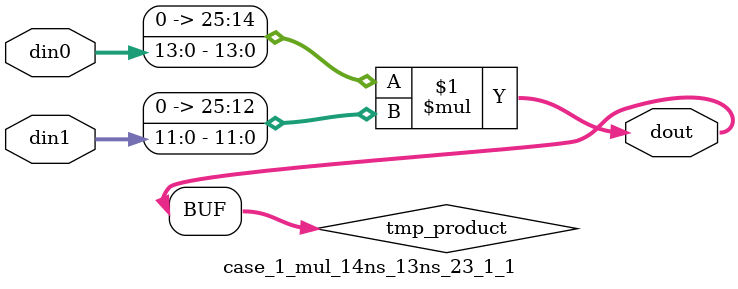
<source format=v>

`timescale 1 ns / 1 ps

 (* use_dsp = "no" *)  module case_1_mul_14ns_13ns_23_1_1(din0, din1, dout);
parameter ID = 1;
parameter NUM_STAGE = 0;
parameter din0_WIDTH = 14;
parameter din1_WIDTH = 12;
parameter dout_WIDTH = 26;

input [din0_WIDTH - 1 : 0] din0; 
input [din1_WIDTH - 1 : 0] din1; 
output [dout_WIDTH - 1 : 0] dout;

wire signed [dout_WIDTH - 1 : 0] tmp_product;
























assign tmp_product = $signed({1'b0, din0}) * $signed({1'b0, din1});











assign dout = tmp_product;





















endmodule

</source>
